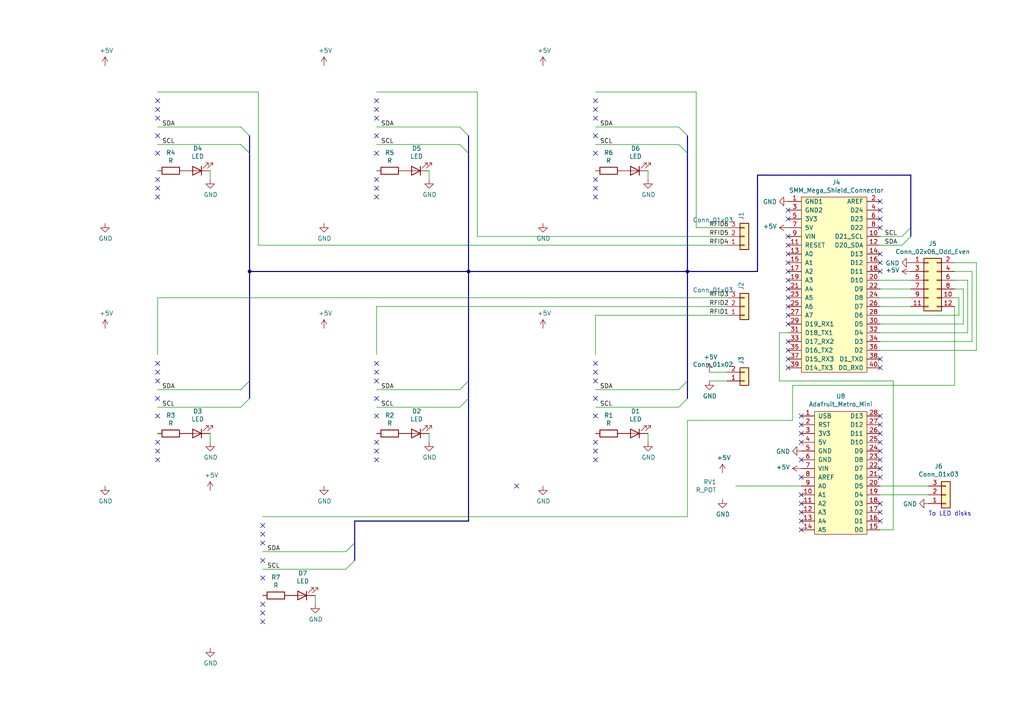
<source format=kicad_sch>
(kicad_sch (version 20211123) (generator eeschema)
  (paper "A4")
  (title_block (title "TSCK DNA Puzzle Main Board") (date "2021-12-14") (company "Science Museum of Minnesota") (comment 1 "Kate Swanson"))
  (lib_symbols
    (symbol "Connector_Generic:Conn_01x02" (pin_names (offset 1.016) hide)
      (property "Reference" "J" (at 0 2.54 0))
      (property "Value" "Conn_01x02" (at 0 -5.08 0))
      (symbol "Conn_01x02_1_1"
        (rectangle (start -1.27 -2.413) (end 0 -2.667) (stroke (width 0.1524)))
        (rectangle (start -1.27 0.127) (end 0 -0.127) (stroke (width 0.1524)))
        (rectangle (start -1.27 1.27) (end 1.27 -3.81) (stroke (width 0.254)) (fill (type background)))
        (pin passive line (at -5.08 0 0) (length 3.81) (name "Pin_1") (number "1"))
        (pin passive line (at -5.08 -2.54 0) (length 3.81) (name "Pin_2") (number "2"))
      )
    )
    (symbol "Connector_Generic:Conn_01x03" (pin_names (offset 1.016) hide)
      (property "Reference" "J" (at 0 5.08 0))
      (property "Value" "Conn_01x03" (at 0 -5.08 0))
      (symbol "Conn_01x03_1_1"
        (rectangle (start -1.27 -2.413) (end 0 -2.667) (stroke (width 0.1524)))
        (rectangle (start -1.27 0.127) (end 0 -0.127) (stroke (width 0.1524)))
        (rectangle (start -1.27 2.667) (end 0 2.413) (stroke (width 0.1524)))
        (rectangle (start -1.27 3.81) (end 1.27 -3.81) (stroke (width 0.254)) (fill (type background)))
        (pin passive line (at -5.08 2.54 0) (length 3.81) (name "Pin_1") (number "1"))
        (pin passive line (at -5.08 0 0) (length 3.81) (name "Pin_2") (number "2"))
        (pin passive line (at -5.08 -2.54 0) (length 3.81) (name "Pin_3") (number "3"))
      )
    )
    (symbol "Connector_Generic:Conn_02x06_Odd_Even" (pin_names (offset 1.016) hide)
      (property "Reference" "J" (at 1.27 7.62 0))
      (property "Value" "Conn_02x06_Odd_Even" (at 1.27 -10.16 0))
      (symbol "Conn_02x06_Odd_Even_1_1"
        (rectangle (start -1.27 -7.493) (end 0 -7.747) (stroke (width 0.1524)))
        (rectangle (start -1.27 -4.953) (end 0 -5.207) (stroke (width 0.1524)))
        (rectangle (start -1.27 -2.413) (end 0 -2.667) (stroke (width 0.1524)))
        (rectangle (start -1.27 0.127) (end 0 -0.127) (stroke (width 0.1524)))
        (rectangle (start -1.27 2.667) (end 0 2.413) (stroke (width 0.1524)))
        (rectangle (start -1.27 5.207) (end 0 4.953) (stroke (width 0.1524)))
        (rectangle (start -1.27 6.35) (end 3.81 -8.89) (stroke (width 0.254)) (fill (type background)))
        (rectangle (start 3.81 -7.493) (end 2.54 -7.747) (stroke (width 0.1524)))
        (rectangle (start 3.81 -4.953) (end 2.54 -5.207) (stroke (width 0.1524)))
        (rectangle (start 3.81 -2.413) (end 2.54 -2.667) (stroke (width 0.1524)))
        (rectangle (start 3.81 0.127) (end 2.54 -0.127) (stroke (width 0.1524)))
        (rectangle (start 3.81 2.667) (end 2.54 2.413) (stroke (width 0.1524)))
        (rectangle (start 3.81 5.207) (end 2.54 4.953) (stroke (width 0.1524)))
        (pin passive line (at -5.08 5.08 0) (length 3.81) (name "Pin_1") (number "1"))
        (pin passive line (at 7.62 -5.08 180) (length 3.81) (name "Pin_10") (number "10"))
        (pin passive line (at -5.08 -7.62 0) (length 3.81) (name "Pin_11") (number "11"))
        (pin passive line (at 7.62 -7.62 180) (length 3.81) (name "Pin_12") (number "12"))
        (pin passive line (at 7.62 5.08 180) (length 3.81) (name "Pin_2") (number "2"))
        (pin passive line (at -5.08 2.54 0) (length 3.81) (name "Pin_3") (number "3"))
        (pin passive line (at 7.62 2.54 180) (length 3.81) (name "Pin_4") (number "4"))
        (pin passive line (at -5.08 0 0) (length 3.81) (name "Pin_5") (number "5"))
        (pin passive line (at 7.62 0 180) (length 3.81) (name "Pin_6") (number "6"))
        (pin passive line (at -5.08 -2.54 0) (length 3.81) (name "Pin_7") (number "7"))
        (pin passive line (at 7.62 -2.54 180) (length 3.81) (name "Pin_8") (number "8"))
        (pin passive line (at -5.08 -5.08 0) (length 3.81) (name "Pin_9") (number "9"))
      )
    )
    (symbol "Device:LED" (pin_numbers hide) (pin_names (offset 1.016) hide)
      (property "Reference" "D" (at 0 2.54 0))
      (property "Value" "LED" (at 0 -2.54 0))
      (symbol "LED_0_1"
        (polyline (pts (xy -1.27 -1.27) (xy -1.27 1.27)) (stroke (width 0.254)))
        (polyline (pts (xy -1.27 0) (xy 1.27 0)))
        (polyline (pts (xy 1.27 -1.27) (xy 1.27 1.27) (xy -1.27 0) (xy 1.27 -1.27)) (stroke (width 0.254)))
        (polyline (pts (xy -3.048 -0.762) (xy -4.572 -2.286) (xy -3.81 -2.286) (xy -4.572 -2.286) (xy -4.572 -1.524)))
        (polyline (pts (xy -1.778 -0.762) (xy -3.302 -2.286) (xy -2.54 -2.286) (xy -3.302 -2.286) (xy -3.302 -1.524)))
      )
      (symbol "LED_1_1"
        (pin passive line (at -3.81 0 0) (length 2.54) (name "K") (number "1"))
        (pin passive line (at 3.81 0 180) (length 2.54) (name "A") (number "2"))
      )
    )
    (symbol "Device:R" (pin_numbers hide) (pin_names (offset 0))
      (property "Reference" "R" (at 2.032 0 90))
      (property "Value" "R" (at 0 0 90))
      (symbol "R_0_1"
        (rectangle (start -1.016 -2.54) (end 1.016 2.54) (stroke (width 0.254)))
      )
      (symbol "R_1_1"
        (pin passive line (at 0 3.81 270) (length 1.27) (name "~") (number "1"))
        (pin passive line (at 0 -3.81 90) (length 1.27) (name "~") (number "2"))
      )
    )
    (symbol "SMM:Adafruit_Metro_Mini" (pin_names (offset 1.016))
      (property "Reference" "U" (at 0 0 0))
      (property "Value" "Adafruit_Metro_Mini" (at 0 16.51 90))
      (property "Footprint" "SMM:Metro-Mini" (at 0 38.1 0))
      (symbol "Adafruit_Metro_Mini_0_1"
        (rectangle (start -7.62 1.27) (end 7.62 36.83) (fill (type background)))
      )
      (symbol "Adafruit_Metro_Mini_1_1"
        (pin bidirectional line (at -11.43 35.56 0) (length 3.81) (name "USB") (number "1"))
        (pin bidirectional line (at -11.43 12.7 0) (length 3.81) (name "A1") (number "10"))
        (pin bidirectional line (at -11.43 10.16 0) (length 3.81) (name "A2") (number "11"))
        (pin bidirectional line (at -11.43 7.62 0) (length 3.81) (name "A3") (number "12"))
        (pin bidirectional line (at -11.43 5.08 0) (length 3.81) (name "A4") (number "13"))
        (pin bidirectional line (at -11.43 2.54 0) (length 3.81) (name "A5") (number "14"))
        (pin bidirectional line (at 11.43 2.54 180) (length 3.81) (name "D0") (number "15"))
        (pin bidirectional line (at 11.43 5.08 180) (length 3.81) (name "D1") (number "16"))
        (pin bidirectional line (at 11.43 7.62 180) (length 3.81) (name "D2") (number "17"))
        (pin bidirectional line (at 11.43 10.16 180) (length 3.81) (name "D3") (number "18"))
        (pin bidirectional line (at 11.43 12.7 180) (length 3.81) (name "D4") (number "19"))
        (pin bidirectional line (at -11.43 33.02 0) (length 3.81) (name "RST") (number "2"))
        (pin bidirectional line (at 11.43 15.24 180) (length 3.81) (name "D5") (number "20"))
        (pin bidirectional line (at 11.43 17.78 180) (length 3.81) (name "D6") (number "21"))
        (pin bidirectional line (at 11.43 20.32 180) (length 3.81) (name "D7") (number "22"))
        (pin bidirectional line (at 11.43 22.86 180) (length 3.81) (name "D8") (number "23"))
        (pin bidirectional line (at 11.43 25.4 180) (length 3.81) (name "D9") (number "24"))
        (pin bidirectional line (at 11.43 27.94 180) (length 3.81) (name "D10") (number "25"))
        (pin bidirectional line (at 11.43 30.48 180) (length 3.81) (name "D11") (number "26"))
        (pin bidirectional line (at 11.43 33.02 180) (length 3.81) (name "D12") (number "27"))
        (pin bidirectional line (at 11.43 35.56 180) (length 3.81) (name "D13") (number "28"))
        (pin power_out line (at -11.43 30.48 0) (length 3.81) (name "3V3") (number "3"))
        (pin power_out line (at -11.43 27.94 0) (length 3.81) (name "5V") (number "4"))
        (pin power_out line (at -11.43 25.4 0) (length 3.81) (name "GND") (number "5"))
        (pin power_out line (at -11.43 22.86 0) (length 3.81) (name "GND") (number "6"))
        (pin power_in line (at -11.43 20.32 0) (length 3.81) (name "VIN") (number "7"))
        (pin input line (at -11.43 17.78 0) (length 3.81) (name "AREF") (number "8"))
        (pin bidirectional line (at -11.43 15.24 0) (length 3.81) (name "A0") (number "9"))
      )
    )
    (symbol "dna-puzzle-electronics-rescue:SMM_Mega_Shield_Connector-SMM" (pin_names (offset 1.016))
      (property "Reference" "J" (at 1.27 25.4 0))
      (property "Value" "SMM_Mega_Shield_Connector-SMM" (at 0 -27.94 0))
      (property "Footprint" "Connector_PinHeader_2.54mm:PinHeader_2x20_P2.54mm_Vertical" (at 0 -30.48 0))
      (symbol "SMM_Mega_Shield_Connector-SMM_0_1"
        (rectangle (start -8.89 -26.67) (end 10.16 24.13) (fill (type background)))
      )
      (symbol "SMM_Mega_Shield_Connector-SMM_1_1"
        (pin power_out line (at -12.7 22.86 0) (length 3.81) (name "GND1") (number "1"))
        (pin bidirectional line (at 13.97 12.7 180) (length 3.81) (name "D21_SCL") (number "10"))
        (pin input line (at -12.7 10.16 0) (length 3.81) (name "RESET") (number "11"))
        (pin bidirectional line (at 13.97 10.16 180) (length 3.81) (name "D20_SDA") (number "12"))
        (pin bidirectional line (at -12.7 7.62 0) (length 3.81) (name "A0") (number "13"))
        (pin bidirectional line (at 13.97 7.62 180) (length 3.81) (name "D13") (number "14"))
        (pin bidirectional line (at -12.7 5.08 0) (length 3.81) (name "A1") (number "15"))
        (pin bidirectional line (at 13.97 5.08 180) (length 3.81) (name "D12") (number "16"))
        (pin bidirectional line (at -12.7 2.54 0) (length 3.81) (name "A2") (number "17"))
        (pin bidirectional line (at 13.97 2.54 180) (length 3.81) (name "D11") (number "18"))
        (pin bidirectional line (at -12.7 0 0) (length 3.81) (name "A3") (number "19"))
        (pin passive line (at 13.97 22.86 180) (length 3.81) (name "AREF") (number "2"))
        (pin bidirectional line (at 13.97 0 180) (length 3.81) (name "D10") (number "20"))
        (pin bidirectional line (at -12.7 -2.54 0) (length 3.81) (name "A4") (number "21"))
        (pin bidirectional line (at 13.97 -2.54 180) (length 3.81) (name "D9") (number "22"))
        (pin bidirectional line (at -12.7 -5.08 0) (length 3.81) (name "A5") (number "23"))
        (pin bidirectional line (at 13.97 -5.08 180) (length 3.81) (name "D8") (number "24"))
        (pin bidirectional line (at -12.7 -7.62 0) (length 3.81) (name "A6") (number "25"))
        (pin bidirectional line (at 13.97 -7.62 180) (length 3.81) (name "D7") (number "26"))
        (pin bidirectional line (at -12.7 -10.16 0) (length 3.81) (name "A7") (number "27"))
        (pin bidirectional line (at 13.97 -10.16 180) (length 3.81) (name "D6") (number "28"))
        (pin bidirectional line (at -12.7 -12.7 0) (length 3.81) (name "D19_RX1") (number "29"))
        (pin power_out line (at -12.7 20.32 0) (length 3.81) (name "GND2") (number "3"))
        (pin bidirectional line (at 13.97 -12.7 180) (length 3.81) (name "D5") (number "30"))
        (pin bidirectional line (at -12.7 -15.24 0) (length 3.81) (name "D18_TX1") (number "31"))
        (pin bidirectional line (at 13.97 -15.24 180) (length 3.81) (name "D4") (number "32"))
        (pin bidirectional line (at -12.7 -17.78 0) (length 3.81) (name "D17_RX2") (number "33"))
        (pin bidirectional line (at 13.97 -17.78 180) (length 3.81) (name "D3") (number "34"))
        (pin bidirectional line (at -12.7 -20.32 0) (length 3.81) (name "D16_TX2") (number "35"))
        (pin bidirectional line (at 13.97 -20.32 180) (length 3.81) (name "D2") (number "36"))
        (pin bidirectional line (at -12.7 -22.86 0) (length 3.81) (name "D15_RX3") (number "37"))
        (pin bidirectional line (at 13.97 -22.86 180) (length 3.81) (name "D1_TX0") (number "38"))
        (pin bidirectional line (at -12.7 -25.4 0) (length 3.81) (name "D14_TX3") (number "39"))
        (pin bidirectional line (at 13.97 20.32 180) (length 3.81) (name "D24") (number "4"))
        (pin bidirectional line (at 13.97 -25.4 180) (length 3.81) (name "D0_RX0") (number "40"))
        (pin power_out line (at -12.7 17.78 0) (length 3.81) (name "3V3") (number "5"))
        (pin bidirectional line (at 13.97 17.78 180) (length 3.81) (name "D23") (number "6"))
        (pin power_out line (at -12.7 15.24 0) (length 3.81) (name "5V") (number "7"))
        (pin bidirectional line (at 13.97 15.24 180) (length 3.81) (name "D22") (number "8"))
        (pin bidirectional line (at -12.7 12.7 0) (length 3.81) (name "VIN") (number "9"))
      )
    )
    (symbol "power:+5V" (power) (pin_names (offset 0))
      (property "Value" "+5V" (at 0 3.556 0))
      (symbol "+5V_0_1"
        (polyline (pts (xy -0.762 1.27) (xy 0 2.54)))
        (polyline (pts (xy 0 0) (xy 0 2.54)))
        (polyline (pts (xy 0 2.54) (xy 0.762 1.27)))
      )
      (symbol "+5V_1_1"
        (pin power_in line (at 0 0 90) (length 0) hide (name "+5V") (number "1"))
      )
    )
    (symbol "power:GND" (power) (pin_names (offset 0))
      (property "Value" "GND" (at 0 -3.81 0))
      (symbol "GND_0_1"
        (polyline (pts (xy 0 0) (xy 0 -1.27) (xy 1.27 -1.27) (xy 0 -2.54) (xy -1.27 -1.27) (xy 0 -1.27)))
      )
      (symbol "GND_1_1"
        (pin power_in line (at 0 0 270) (length 0) hide (name "GND") (number "1"))
      )
    )
  )
  (junction (at 72.39 78.74))
  (junction (at 199.39 78.74))
  (junction (at 135.89 78.74))
  (no_connect (at 228.6 104.14))
  (no_connect (at 255.27 120.65))
  (no_connect (at 232.41 133.35))
  (no_connect (at 76.2 177.8))
  (no_connect (at 172.72 39.37))
  (no_connect (at 45.72 128.27))
  (no_connect (at 109.22 31.75))
  (no_connect (at 45.72 54.61))
  (no_connect (at 228.6 81.28))
  (no_connect (at 76.2 167.64))
  (no_connect (at 45.72 44.45))
  (no_connect (at 109.22 133.35))
  (no_connect (at 255.27 135.89))
  (no_connect (at 109.22 107.95))
  (no_connect (at 232.41 125.73))
  (no_connect (at 45.72 105.41))
  (no_connect (at 255.27 146.05))
  (no_connect (at 172.72 120.65))
  (no_connect (at 255.27 151.13))
  (no_connect (at 172.72 44.45))
  (no_connect (at 109.22 52.07))
  (no_connect (at 109.22 120.65))
  (no_connect (at 45.72 107.95))
  (no_connect (at 228.6 86.36))
  (no_connect (at 255.27 60.96))
  (no_connect (at 76.2 157.48))
  (no_connect (at 45.72 57.15))
  (no_connect (at 232.41 148.59))
  (no_connect (at 228.6 78.74))
  (no_connect (at 228.6 101.6))
  (no_connect (at 172.72 52.07))
  (no_connect (at 45.72 34.29))
  (no_connect (at 76.2 175.26))
  (no_connect (at 172.72 54.61))
  (no_connect (at 45.72 52.07))
  (no_connect (at 45.72 133.35))
  (no_connect (at 255.27 138.43))
  (no_connect (at 228.6 83.82))
  (no_connect (at 109.22 29.21))
  (no_connect (at 255.27 106.68))
  (no_connect (at 76.2 154.94))
  (no_connect (at 76.2 162.56))
  (no_connect (at 172.72 130.81))
  (no_connect (at 172.72 31.75))
  (no_connect (at 109.22 115.57))
  (no_connect (at 172.72 105.41))
  (no_connect (at 172.72 29.21))
  (no_connect (at 232.41 128.27))
  (no_connect (at 232.41 123.19))
  (no_connect (at 228.6 60.96))
  (no_connect (at 45.72 29.21))
  (no_connect (at 109.22 44.45))
  (no_connect (at 45.72 31.75))
  (no_connect (at 228.6 93.98))
  (no_connect (at 232.41 151.13))
  (no_connect (at 172.72 107.95))
  (no_connect (at 45.72 120.65))
  (no_connect (at 109.22 39.37))
  (no_connect (at 228.6 68.58))
  (no_connect (at 109.22 34.29))
  (no_connect (at 232.41 153.67))
  (no_connect (at 172.72 133.35))
  (no_connect (at 228.6 63.5))
  (no_connect (at 255.27 78.74))
  (no_connect (at 109.22 105.41))
  (no_connect (at 45.72 110.49))
  (no_connect (at 45.72 115.57))
  (no_connect (at 228.6 71.12))
  (no_connect (at 172.72 34.29))
  (no_connect (at 172.72 110.49))
  (no_connect (at 255.27 133.35))
  (no_connect (at 255.27 125.73))
  (no_connect (at 172.72 128.27))
  (no_connect (at 228.6 73.66))
  (no_connect (at 76.2 180.34))
  (no_connect (at 255.27 130.81))
  (no_connect (at 232.41 138.43))
  (no_connect (at 172.72 115.57))
  (no_connect (at 109.22 57.15))
  (no_connect (at 109.22 54.61))
  (no_connect (at 232.41 146.05))
  (no_connect (at 255.27 128.27))
  (no_connect (at 255.27 148.59))
  (no_connect (at 232.41 120.65))
  (no_connect (at 109.22 128.27))
  (no_connect (at 228.6 91.44))
  (no_connect (at 109.22 130.81))
  (no_connect (at 255.27 66.04))
  (no_connect (at 255.27 73.66))
  (no_connect (at 45.72 39.37))
  (no_connect (at 228.6 88.9))
  (no_connect (at 149.86 140.97))
  (no_connect (at 45.72 130.81))
  (no_connect (at 255.27 58.42))
  (no_connect (at 255.27 76.2))
  (no_connect (at 255.27 104.14))
  (no_connect (at 232.41 143.51))
  (no_connect (at 109.22 110.49))
  (no_connect (at 172.72 57.15))
  (no_connect (at 255.27 63.5))
  (no_connect (at 228.6 99.06))
  (no_connect (at 228.6 106.68))
  (no_connect (at 255.27 123.19))
  (no_connect (at 228.6 76.2))
  (no_connect (at 76.2 152.4))
  (bus_entry (at 133.35 118.11) (size 2.54 -2.54))
  (bus_entry (at 69.85 113.03) (size 2.54 -2.54))
  (bus_entry (at 69.85 41.91) (size 2.54 2.54))
  (bus_entry (at 196.85 118.11) (size 2.54 -2.54))
  (bus_entry (at 261.62 68.58) (size 2.54 -2.54))
  (bus_entry (at 133.35 113.03) (size 2.54 -2.54))
  (bus_entry (at 196.85 41.91) (size 2.54 2.54))
  (bus_entry (at 196.85 113.03) (size 2.54 -2.54))
  (bus_entry (at 261.62 71.12) (size 2.54 -2.54))
  (bus_entry (at 102.87 162.56) (size -2.54 2.54))
  (bus_entry (at 133.35 41.91) (size 2.54 2.54))
  (bus_entry (at 69.85 36.83) (size 2.54 2.54))
  (bus_entry (at 196.85 36.83) (size 2.54 2.54))
  (bus_entry (at 69.85 118.11) (size 2.54 -2.54))
  (bus_entry (at 133.35 36.83) (size 2.54 2.54))
  (bus_entry (at 102.87 157.48) (size -2.54 2.54))
  (wire (pts (xy 205.74 110.49) (xy 210.82 110.49)))
  (wire (pts (xy 276.86 111.76) (xy 276.86 88.9)))
  (bus (pts (xy 199.39 110.49) (xy 199.39 115.57)))
  (wire (pts (xy 255.27 83.82) (xy 264.16 83.82)))
  (wire (pts (xy 255.27 86.36) (xy 264.16 86.36)))
  (wire (pts (xy 229.87 121.92) (xy 229.87 111.76)))
  (wire (pts (xy 187.96 49.53) (xy 187.96 52.07)))
  (wire (pts (xy 138.43 68.58) (xy 138.43 26.67)))
  (wire (pts (xy 45.72 113.03) (xy 69.85 113.03)))
  (wire (pts (xy 255.27 99.06) (xy 281.94 99.06)))
  (wire (pts (xy 199.39 121.92) (xy 229.87 121.92)))
  (bus (pts (xy 72.39 78.74) (xy 72.39 110.49)))
  (wire (pts (xy 283.21 76.2) (xy 283.21 101.6)))
  (bus (pts (xy 102.87 151.13) (xy 135.89 151.13)))
  (bus (pts (xy 135.89 39.37) (xy 135.89 44.45)))
  (bus (pts (xy 72.39 39.37) (xy 72.39 44.45)))
  (bus (pts (xy 135.89 78.74) (xy 199.39 78.74)))
  (wire (pts (xy 226.06 110.49) (xy 226.06 96.52)))
  (wire (pts (xy 281.94 78.74) (xy 276.86 78.74)))
  (wire (pts (xy 210.82 66.04) (xy 201.93 66.04)))
  (wire (pts (xy 109.22 113.03) (xy 133.35 113.03)))
  (bus (pts (xy 135.89 44.45) (xy 135.89 78.74)))
  (bus (pts (xy 72.39 44.45) (xy 72.39 78.74)))
  (wire (pts (xy 279.4 83.82) (xy 276.86 83.82)))
  (wire (pts (xy 201.93 66.04) (xy 201.93 26.67)))
  (wire (pts (xy 76.2 149.86) (xy 199.39 149.86)))
  (bus (pts (xy 219.71 78.74) (xy 219.71 50.8)))
  (wire (pts (xy 45.72 86.36) (xy 45.72 102.87)))
  (wire (pts (xy 210.82 71.12) (xy 74.93 71.12)))
  (wire (pts (xy 138.43 26.67) (xy 109.22 26.67)))
  (bus (pts (xy 135.89 115.57) (xy 135.89 151.13)))
  (wire (pts (xy 109.22 41.91) (xy 133.35 41.91)))
  (wire (pts (xy 172.72 36.83) (xy 196.85 36.83)))
  (wire (pts (xy 255.27 91.44) (xy 278.13 91.44)))
  (bus (pts (xy 102.87 151.13) (xy 102.87 157.48)))
  (bus (pts (xy 199.39 44.45) (xy 199.39 78.74)))
  (wire (pts (xy 76.2 160.02) (xy 100.33 160.02)))
  (wire (pts (xy 280.67 81.28) (xy 276.86 81.28)))
  (wire (pts (xy 255.27 140.97) (xy 269.24 140.97)))
  (wire (pts (xy 205.74 107.95) (xy 210.82 107.95)))
  (bus (pts (xy 72.39 78.74) (xy 135.89 78.74)))
  (bus (pts (xy 102.87 157.48) (xy 102.87 162.56)))
  (wire (pts (xy 213.36 140.97) (xy 232.41 140.97)))
  (wire (pts (xy 199.39 149.86) (xy 199.39 121.92)))
  (bus (pts (xy 135.89 78.74) (xy 135.89 110.49)))
  (wire (pts (xy 124.46 125.73) (xy 124.46 128.27)))
  (wire (pts (xy 45.72 36.83) (xy 69.85 36.83)))
  (wire (pts (xy 76.2 165.1) (xy 100.33 165.1)))
  (wire (pts (xy 259.08 153.67) (xy 255.27 153.67)))
  (wire (pts (xy 109.22 88.9) (xy 210.82 88.9)))
  (wire (pts (xy 74.93 71.12) (xy 74.93 26.67)))
  (wire (pts (xy 210.82 68.58) (xy 138.43 68.58)))
  (wire (pts (xy 255.27 71.12) (xy 261.62 71.12)))
  (wire (pts (xy 74.93 26.67) (xy 45.72 26.67)))
  (bus (pts (xy 219.71 50.8) (xy 264.16 50.8)))
  (wire (pts (xy 259.08 110.49) (xy 259.08 153.67)))
  (wire (pts (xy 187.96 125.73) (xy 187.96 128.27)))
  (wire (pts (xy 60.96 49.53) (xy 60.96 52.07)))
  (wire (pts (xy 229.87 111.76) (xy 276.86 111.76)))
  (wire (pts (xy 124.46 49.53) (xy 124.46 52.07)))
  (wire (pts (xy 255.27 101.6) (xy 283.21 101.6)))
  (bus (pts (xy 264.16 50.8) (xy 264.16 66.04)))
  (bus (pts (xy 199.39 78.74) (xy 199.39 110.49)))
  (wire (pts (xy 109.22 88.9) (xy 109.22 102.87)))
  (bus (pts (xy 264.16 66.04) (xy 264.16 68.58)))
  (wire (pts (xy 45.72 41.91) (xy 69.85 41.91)))
  (wire (pts (xy 172.72 41.91) (xy 196.85 41.91)))
  (wire (pts (xy 281.94 78.74) (xy 281.94 99.06)))
  (bus (pts (xy 199.39 39.37) (xy 199.39 44.45)))
  (wire (pts (xy 91.44 172.72) (xy 91.44 175.26)))
  (wire (pts (xy 226.06 110.49) (xy 259.08 110.49)))
  (wire (pts (xy 255.27 68.58) (xy 261.62 68.58)))
  (wire (pts (xy 172.72 118.11) (xy 196.85 118.11)))
  (wire (pts (xy 278.13 86.36) (xy 276.86 86.36)))
  (bus (pts (xy 199.39 78.74) (xy 219.71 78.74)))
  (wire (pts (xy 278.13 91.44) (xy 278.13 86.36)))
  (wire (pts (xy 226.06 96.52) (xy 228.6 96.52)))
  (wire (pts (xy 45.72 118.11) (xy 69.85 118.11)))
  (wire (pts (xy 172.72 113.03) (xy 196.85 113.03)))
  (wire (pts (xy 255.27 88.9) (xy 264.16 88.9)))
  (wire (pts (xy 279.4 93.98) (xy 279.4 83.82)))
  (bus (pts (xy 135.89 110.49) (xy 135.89 115.57)))
  (wire (pts (xy 201.93 26.67) (xy 172.72 26.67)))
  (wire (pts (xy 60.96 125.73) (xy 60.96 128.27)))
  (wire (pts (xy 276.86 76.2) (xy 283.21 76.2)))
  (wire (pts (xy 172.72 91.44) (xy 172.72 102.87)))
  (wire (pts (xy 255.27 81.28) (xy 264.16 81.28)))
  (wire (pts (xy 45.72 86.36) (xy 210.82 86.36)))
  (wire (pts (xy 255.27 143.51) (xy 269.24 143.51)))
  (wire (pts (xy 280.67 81.28) (xy 280.67 96.52)))
  (bus (pts (xy 72.39 110.49) (xy 72.39 115.57)))
  (wire (pts (xy 255.27 96.52) (xy 280.67 96.52)))
  (wire (pts (xy 109.22 36.83) (xy 133.35 36.83)))
  (wire (pts (xy 109.22 118.11) (xy 133.35 118.11)))
  (wire (pts (xy 255.27 93.98) (xy 279.4 93.98)))
  (wire (pts (xy 210.82 91.44) (xy 172.72 91.44)))
  (text "To LED disks" (at 269.24 149.86 0) (effects (font (size 1.27 1.27)) (justify left bottom)))
  (label "SCL" (at 173.99 41.91 0))
  (label "SCL" (at 110.49 118.11 0))
  (label "RFID6" (at 205.74 66.04 0))
  (label "RFID1" (at 205.74 91.44 0))
  (label "SDA" (at 173.99 113.03 0))
  (label "SDA" (at 110.49 36.83 0))
  (label "SDA" (at 77.47 160.02 0))
  (label "SCL" (at 173.99 118.11 0))
  (label "SCL" (at 46.99 118.11 0))
  (label "SDA" (at 46.99 36.83 0))
  (label "SCL" (at 46.99 41.91 0))
  (label "RFID2" (at 205.74 88.9 0))
  (label "SCL" (at 256.54 68.58 0))
  (label "RFID5" (at 205.74 68.58 0))
  (label "SDA" (at 256.54 71.12 0))
  (label "SCL" (at 110.49 41.91 0))
  (label "RFID4" (at 205.74 71.12 0))
  (label "SDA" (at 173.99 36.83 0))
  (label "SDA" (at 110.49 113.03 0))
  (label "SDA" (at 46.99 113.03 0))
  (label "SCL" (at 77.47 165.1 0))
  (label "RFID3" (at 205.74 86.36 0))
  (symbol (lib_id "power:GND") (at 205.74 110.49 0) (unit 1)
    (property "Reference" "#PWR023" (effects hide))
    (property "Value" "GND" (at 205.867 114.8842 0))
  )
  (symbol (lib_id "power:+5V") (at 205.74 107.95 0) (unit 1)
    (property "Reference" "#PWR022" (effects hide))
    (property "Value" "+5V" (at 206.121 103.5558 0))
  )
  (symbol (lib_id "Connector_Generic:Conn_01x03") (at 215.9 68.58 0) (mirror x) (unit 1)
    (property "Reference" "J1" (at 214.9856 63.8048 90) (effects (justify right)))
    (property "Value" "Conn_01x03" (at 212.6742 63.8048 0) (effects (justify right)))
    (property "Footprint" "Connector_Molex:Molex_KK-254_AE-6410-03A_1x03_P2.54mm_Vertical" (effects hide))
  )
  (symbol (lib_id "dna-puzzle-electronics-rescue:ATtiny84-20PU-MCU_Microchip_ATtiny") (at 30.48 41.91 0) (unit 1)
    (property "Reference" "U4" (at 17.0434 40.7416 0) (effects (justify right)))
    (property "Value" "ATtiny84-20PU" (at 17.0434 43.053 90) (effects (justify right)))
    (property "Footprint" "Package_DIP:DIP-14_W7.62mm" (effects hide))
    (property "Datasheet" "http://ww1.microchip.com/downloads/en/DeviceDoc/doc8006.pdf" (effects hide))
  )
  (symbol (lib_id "Device:R") (at 49.53 49.53 270) (unit 1)
    (property "Reference" "R4" (at 49.53 44.2722 90))
    (property "Value" "R" (at 49.53 46.5836 90))
    (property "Footprint" "Resistor_THT:R_Axial_DIN0207_L6.3mm_D2.5mm_P10.16mm_Horizontal" (effects hide))
  )
  (symbol (lib_id "Device:LED") (at 57.15 49.53 180) (unit 1)
    (property "Reference" "D4" (at 57.3278 43.053 0))
    (property "Value" "LED" (at 57.3278 45.3644 0))
    (property "Footprint" "LED_THT:LED_D3.0mm" (effects hide))
  )
  (symbol (lib_id "power:GND") (at 60.96 52.07 0) (unit 1)
    (property "Reference" "#PWR05" (effects hide))
    (property "Value" "GND" (at 61.087 56.4642 0))
  )
  (symbol (lib_id "Connector_Generic:Conn_01x03") (at 215.9 88.9 0) (mirror x) (unit 1)
    (property "Reference" "J2" (at 214.9856 84.1248 90) (effects (justify right)))
    (property "Value" "Conn_01x03" (at 212.6742 84.1248 0) (effects (justify right)))
    (property "Footprint" "SMM:TerminalBlock-2_P5.08mm_small" (effects hide))
  )
  (symbol (lib_id "Connector_Generic:Conn_01x02") (at 215.9 110.49 0) (mirror x) (unit 1)
    (property "Reference" "J3" (at 214.9856 105.7148 90) (effects (justify right)))
    (property "Value" "Conn_01x02" (at 212.6742 105.7148 0) (effects (justify right)))
    (property "Footprint" "Connector_Molex:Molex_KK-254_AE-6410-02A_1x02_P2.54mm_Vertical" (effects hide))
  )
  (symbol (lib_id "power:+5V") (at 30.48 19.05 0) (unit 1)
    (property "Reference" "#PWR01" (effects hide))
    (property "Value" "+5V" (at 30.861 14.6558 0))
  )
  (symbol (lib_id "power:GND") (at 30.48 64.77 0) (unit 1)
    (property "Reference" "#PWR02" (effects hide))
    (property "Value" "GND" (at 30.607 69.1642 0))
  )
  (symbol (lib_id "SMM:Adafruit_Metro_Mini") (at 243.84 156.21 0) (unit 1)
    (property "Reference" "U8" (at 243.84 114.935 0))
    (property "Value" "Adafruit_Metro_Mini" (at 243.84 117.2464 0))
    (property "Footprint" "SMM:Metro-Mini" (effects hide))
  )
  (symbol (lib_id "dna-puzzle-electronics-rescue:ATtiny84-20PU-MCU_Microchip_ATtiny") (at 93.98 41.91 0) (unit 1)
    (property "Reference" "U5" (at 80.5434 40.7416 0) (effects (justify right)))
    (property "Value" "ATtiny84-20PU" (at 80.5434 43.053 90) (effects (justify right)))
    (property "Footprint" "Package_DIP:DIP-14_W7.62mm" (effects hide))
    (property "Datasheet" "http://ww1.microchip.com/downloads/en/DeviceDoc/doc8006.pdf" (effects hide))
  )
  (symbol (lib_id "Device:R") (at 113.03 49.53 270) (unit 1)
    (property "Reference" "R5" (at 113.03 44.2722 90))
    (property "Value" "R" (at 113.03 46.5836 90))
    (property "Footprint" "Resistor_THT:R_Axial_DIN0207_L6.3mm_D2.5mm_P10.16mm_Horizontal" (effects hide))
  )
  (symbol (lib_id "Device:LED") (at 120.65 49.53 180) (unit 1)
    (property "Reference" "D5" (at 120.8278 43.053 0))
    (property "Value" "LED" (at 120.8278 45.3644 0))
    (property "Footprint" "LED_THT:LED_D3.0mm" (effects hide))
  )
  (symbol (lib_id "power:GND") (at 124.46 52.07 0) (unit 1)
    (property "Reference" "#PWR014" (effects hide))
    (property "Value" "GND" (at 124.587 56.4642 0))
  )
  (symbol (lib_id "power:+5V") (at 93.98 19.05 0) (unit 1)
    (property "Reference" "#PWR010" (effects hide))
    (property "Value" "+5V" (at 94.361 14.6558 0))
  )
  (symbol (lib_id "power:GND") (at 93.98 64.77 0) (unit 1)
    (property "Reference" "#PWR011" (effects hide))
    (property "Value" "GND" (at 94.107 69.1642 0))
  )
  (symbol (lib_id "dna-puzzle-electronics-rescue:ATtiny84-20PU-MCU_Microchip_ATtiny") (at 157.48 41.91 0) (unit 1)
    (property "Reference" "U6" (at 144.0434 40.7416 0) (effects (justify right)))
    (property "Value" "ATtiny84-20PU" (at 144.0434 43.053 90) (effects (justify right)))
    (property "Footprint" "Package_DIP:DIP-14_W7.62mm" (effects hide))
    (property "Datasheet" "http://ww1.microchip.com/downloads/en/DeviceDoc/doc8006.pdf" (effects hide))
  )
  (symbol (lib_id "Device:R") (at 176.53 49.53 270) (unit 1)
    (property "Reference" "R6" (at 176.53 44.2722 90))
    (property "Value" "R" (at 176.53 46.5836 90))
    (property "Footprint" "Resistor_THT:R_Axial_DIN0207_L6.3mm_D2.5mm_P10.16mm_Horizontal" (effects hide))
  )
  (symbol (lib_id "Device:LED") (at 184.15 49.53 180) (unit 1)
    (property "Reference" "D6" (at 184.3278 43.053 0))
    (property "Value" "LED" (at 184.3278 45.3644 0))
    (property "Footprint" "LED_THT:LED_D3.0mm" (effects hide))
  )
  (symbol (lib_id "power:GND") (at 187.96 52.07 0) (unit 1)
    (property "Reference" "#PWR020" (effects hide))
    (property "Value" "GND" (at 188.087 56.4642 0))
  )
  (symbol (lib_id "power:+5V") (at 157.48 19.05 0) (unit 1)
    (property "Reference" "#PWR016" (effects hide))
    (property "Value" "+5V" (at 157.861 14.6558 0))
  )
  (symbol (lib_id "power:GND") (at 157.48 64.77 0) (unit 1)
    (property "Reference" "#PWR017" (effects hide))
    (property "Value" "GND" (at 157.607 69.1642 0))
  )
  (symbol (lib_id "dna-puzzle-electronics-rescue:ATtiny84-20PU-MCU_Microchip_ATtiny") (at 30.48 118.11 0) (unit 1)
    (property "Reference" "U3" (at 17.0434 116.9416 0) (effects (justify right)))
    (property "Value" "ATtiny84-20PU" (at 17.0434 119.253 90) (effects (justify right)))
    (property "Footprint" "Package_DIP:DIP-14_W7.62mm" (effects hide))
    (property "Datasheet" "http://ww1.microchip.com/downloads/en/DeviceDoc/doc8006.pdf" (effects hide))
  )
  (symbol (lib_id "Device:R") (at 49.53 125.73 270) (unit 1)
    (property "Reference" "R3" (at 49.53 120.4722 90))
    (property "Value" "R" (at 49.53 122.7836 90))
    (property "Footprint" "Resistor_THT:R_Axial_DIN0207_L6.3mm_D2.5mm_P10.16mm_Horizontal" (effects hide))
  )
  (symbol (lib_id "Device:LED") (at 57.15 125.73 180) (unit 1)
    (property "Reference" "D3" (at 57.3278 119.253 0))
    (property "Value" "LED" (at 57.3278 121.5644 0))
    (property "Footprint" "LED_THT:LED_D3.0mm" (effects hide))
  )
  (symbol (lib_id "power:GND") (at 60.96 128.27 0) (unit 1)
    (property "Reference" "#PWR06" (effects hide))
    (property "Value" "GND" (at 61.087 132.6642 0))
  )
  (symbol (lib_id "power:+5V") (at 30.48 95.25 0) (unit 1)
    (property "Reference" "#PWR03" (effects hide))
    (property "Value" "+5V" (at 30.861 90.8558 0))
  )
  (symbol (lib_id "power:GND") (at 30.48 140.97 0) (unit 1)
    (property "Reference" "#PWR04" (effects hide))
    (property "Value" "GND" (at 30.607 145.3642 0))
  )
  (symbol (lib_id "dna-puzzle-electronics-rescue:ATtiny84-20PU-MCU_Microchip_ATtiny") (at 93.98 118.11 0) (unit 1)
    (property "Reference" "U2" (at 80.5434 116.9416 0) (effects (justify right)))
    (property "Value" "ATtiny84-20PU" (at 80.5434 119.253 90) (effects (justify right)))
    (property "Footprint" "Package_DIP:DIP-14_W7.62mm" (effects hide))
    (property "Datasheet" "http://ww1.microchip.com/downloads/en/DeviceDoc/doc8006.pdf" (effects hide))
  )
  (symbol (lib_id "Device:R") (at 113.03 125.73 270) (unit 1)
    (property "Reference" "R2" (at 113.03 120.4722 90))
    (property "Value" "R" (at 113.03 122.7836 90))
    (property "Footprint" "Resistor_THT:R_Axial_DIN0207_L6.3mm_D2.5mm_P10.16mm_Horizontal" (effects hide))
  )
  (symbol (lib_id "Device:LED") (at 120.65 125.73 180) (unit 1)
    (property "Reference" "D2" (at 120.8278 119.253 0))
    (property "Value" "LED" (at 120.8278 121.5644 0))
    (property "Footprint" "LED_THT:LED_D3.0mm" (effects hide))
  )
  (symbol (lib_id "power:GND") (at 124.46 128.27 0) (unit 1)
    (property "Reference" "#PWR015" (effects hide))
    (property "Value" "GND" (at 124.587 132.6642 0))
  )
  (symbol (lib_id "power:+5V") (at 93.98 95.25 0) (unit 1)
    (property "Reference" "#PWR012" (effects hide))
    (property "Value" "+5V" (at 94.361 90.8558 0))
  )
  (symbol (lib_id "power:GND") (at 93.98 140.97 0) (unit 1)
    (property "Reference" "#PWR013" (effects hide))
    (property "Value" "GND" (at 94.107 145.3642 0))
  )
  (symbol (lib_id "dna-puzzle-electronics-rescue:ATtiny84-20PU-MCU_Microchip_ATtiny") (at 157.48 118.11 0) (unit 1)
    (property "Reference" "U1" (at 144.0434 116.9416 0) (effects (justify right)))
    (property "Value" "ATtiny84-20PU" (at 144.0434 119.253 90) (effects (justify right)))
    (property "Footprint" "Package_DIP:DIP-14_W7.62mm" (effects hide))
    (property "Datasheet" "http://ww1.microchip.com/downloads/en/DeviceDoc/doc8006.pdf" (effects hide))
  )
  (symbol (lib_id "Device:R") (at 176.53 125.73 270) (unit 1)
    (property "Reference" "R1" (at 176.53 120.4722 90))
    (property "Value" "R" (at 176.53 122.7836 90))
    (property "Footprint" "Resistor_THT:R_Axial_DIN0207_L6.3mm_D2.5mm_P10.16mm_Horizontal" (effects hide))
  )
  (symbol (lib_id "Device:LED") (at 184.15 125.73 180) (unit 1)
    (property "Reference" "D1" (at 184.3278 119.253 0))
    (property "Value" "LED" (at 184.3278 121.5644 0))
    (property "Footprint" "LED_THT:LED_D3.0mm" (effects hide))
  )
  (symbol (lib_id "power:GND") (at 187.96 128.27 0) (unit 1)
    (property "Reference" "#PWR021" (effects hide))
    (property "Value" "GND" (at 188.087 132.6642 0))
  )
  (symbol (lib_id "power:+5V") (at 157.48 95.25 0) (unit 1)
    (property "Reference" "#PWR018" (effects hide))
    (property "Value" "+5V" (at 157.861 90.8558 0))
  )
  (symbol (lib_id "power:GND") (at 157.48 140.97 0) (unit 1)
    (property "Reference" "#PWR019" (effects hide))
    (property "Value" "GND" (at 157.607 145.3642 0))
  )
  (symbol (lib_id "Connector_Generic:Conn_02x06_Odd_Even") (at 269.24 81.28 0) (unit 1)
    (property "Reference" "J5" (at 270.51 70.6882 0))
    (property "Value" "Conn_02x06_Odd_Even" (at 270.51 72.9996 0))
    (property "Footprint" "Connector_PinHeader_2.54mm:PinHeader_2x06_P2.54mm_Vertical" (effects hide))
  )
  (symbol (lib_id "power:+5V") (at 264.16 78.74 90) (unit 1)
    (property "Reference" "#PWR031" (effects hide))
    (property "Value" "+5V" (at 260.9088 78.359 90) (effects (justify left)))
  )
  (symbol (lib_id "power:GND") (at 264.16 76.2 270) (unit 1)
    (property "Reference" "#PWR030" (effects hide))
    (property "Value" "GND" (at 260.9088 76.327 90) (effects (justify right)))
  )
  (symbol (lib_id "dna-puzzle-electronics-rescue:ATtiny84-20PU-MCU_Microchip_ATtiny") (at 60.96 165.1 0) (unit 1)
    (property "Reference" "U7" (at 47.5234 163.9316 0) (effects (justify right)))
    (property "Value" "ATtiny84-20PU" (at 47.5234 166.243 90) (effects (justify right)))
    (property "Footprint" "Package_DIP:DIP-14_W7.62mm" (effects hide))
    (property "Datasheet" "http://ww1.microchip.com/downloads/en/DeviceDoc/doc8006.pdf" (effects hide))
  )
  (symbol (lib_id "Device:R") (at 80.01 172.72 270) (unit 1)
    (property "Reference" "R7" (at 80.01 167.4622 90))
    (property "Value" "R" (at 80.01 169.7736 90))
    (property "Footprint" "Resistor_THT:R_Axial_DIN0207_L6.3mm_D2.5mm_P10.16mm_Horizontal" (effects hide))
  )
  (symbol (lib_id "Device:LED") (at 87.63 172.72 180) (unit 1)
    (property "Reference" "D7" (at 87.8078 166.243 0))
    (property "Value" "LED" (at 87.8078 168.5544 0))
    (property "Footprint" "LED_THT:LED_D3.0mm" (effects hide))
  )
  (symbol (lib_id "power:GND") (at 91.44 175.26 0) (unit 1)
    (property "Reference" "#PWR09" (effects hide))
    (property "Value" "GND" (at 91.567 179.6542 0))
  )
  (symbol (lib_id "power:+5V") (at 60.96 142.24 0) (unit 1)
    (property "Reference" "#PWR07" (effects hide))
    (property "Value" "+5V" (at 61.341 137.8458 0))
  )
  (symbol (lib_id "power:GND") (at 60.96 187.96 0) (unit 1)
    (property "Reference" "#PWR08" (effects hide))
    (property "Value" "GND" (at 61.087 192.3542 0))
  )
  (symbol (lib_id "dna-puzzle-electronics-rescue:SMM_Mega_Shield_Connector-SMM") (at 241.3 81.28 0) (unit 1)
    (property "Reference" "J4" (at 242.57 52.9082 0))
    (property "Value" "SMM_Mega_Shield_Connector" (at 242.57 55.2196 0))
    (property "Footprint" "Connector_PinHeader_2.54mm:PinHeader_2x20_P2.54mm_Vertical" (effects hide))
  )
  (symbol (lib_id "power:GND") (at 228.6 58.42 270) (unit 1)
    (property "Reference" "#PWR026" (effects hide))
    (property "Value" "GND" (at 225.3488 58.547 90) (effects (justify right)))
  )
  (symbol (lib_id "power:+5V") (at 228.6 66.04 90) (unit 1)
    (property "Reference" "#PWR027" (effects hide))
    (property "Value" "+5V" (at 225.3488 65.659 90) (effects (justify left)))
  )
  (symbol (lib_id "Connector_Generic:Conn_01x03") (at 274.32 143.51 0) (mirror x) (unit 1)
    (property "Reference" "J6" (at 272.2372 135.255 0))
    (property "Value" "Conn_01x03" (at 272.2372 137.5664 0))
    (property "Footprint" "Connector_Molex:Molex_KK-254_AE-6410-03A_1x03_P2.54mm_Vertical" (effects hide))
  )
  (symbol (lib_id "power:+5V") (at 232.41 135.89 90) (unit 1)
    (property "Reference" "#PWR029" (effects hide))
    (property "Value" "+5V" (at 229.1588 135.509 90) (effects (justify left)))
  )
  (symbol (lib_id "power:GND") (at 232.41 130.81 270) (unit 1)
    (property "Reference" "#PWR028" (effects hide))
    (property "Value" "GND" (at 229.1588 130.937 90) (effects (justify right)))
  )
  (symbol (lib_id "power:GND") (at 269.24 146.05 270) (unit 1)
    (property "Reference" "#PWR032" (effects hide))
    (property "Value" "GND" (at 265.9888 146.177 90) (effects (justify right)))
  )
  (symbol (lib_id "dna-puzzle-electronics-rescue:R_POT-Device") (at 209.55 140.97 0) (unit 1)
    (property "Reference" "RV1" (at 207.7974 139.8016 0) (effects (justify right)))
    (property "Value" "R_POT" (at 207.7974 142.113 0) (effects (justify right)))
    (property "Footprint" "Potentiometer_THT:Potentiometer_ACP_CA6-H2,5_Horizontal" (effects hide))
  )
  (symbol (lib_id "power:+5V") (at 209.55 137.16 0) (unit 1)
    (property "Reference" "#PWR024" (effects hide))
    (property "Value" "+5V" (at 209.931 132.7658 0))
  )
  (symbol (lib_id "power:GND") (at 209.55 144.78 0) (unit 1)
    (property "Reference" "#PWR025" (effects hide))
    (property "Value" "GND" (at 209.677 149.1742 0))
  )
)
</source>
